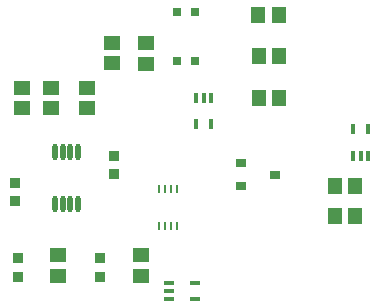
<source format=gtp>
G04*
G04 #@! TF.GenerationSoftware,Altium Limited,Altium Designer,19.1.8 (144)*
G04*
G04 Layer_Color=8421504*
%FSLAX25Y25*%
%MOIN*%
G70*
G01*
G75*
%ADD16R,0.03740X0.03740*%
%ADD17R,0.03740X0.03347*%
%ADD18R,0.03347X0.01378*%
%ADD19R,0.04724X0.05315*%
%ADD20R,0.01378X0.03347*%
%ADD21R,0.05512X0.04724*%
%ADD22R,0.01575X0.03347*%
%ADD23R,0.05315X0.04724*%
%ADD24O,0.01772X0.05709*%
%ADD25R,0.05315X0.04528*%
%ADD26R,0.03150X0.03150*%
%ADD27R,0.04528X0.05512*%
%ADD28R,0.04724X0.05512*%
%ADD29R,0.03543X0.03150*%
%ADD30O,0.00984X0.02953*%
D16*
X87500Y65158D02*
D03*
Y59252D02*
D03*
X54331Y56102D02*
D03*
Y50197D02*
D03*
D17*
X55413Y25000D02*
D03*
Y31299D02*
D03*
X82677Y31102D02*
D03*
Y24803D02*
D03*
D18*
X114567Y22835D02*
D03*
Y17717D02*
D03*
X105905D02*
D03*
Y20276D02*
D03*
Y22835D02*
D03*
D19*
X161221Y45276D02*
D03*
X167913D02*
D03*
X167913Y55118D02*
D03*
X161221D02*
D03*
X142323Y84646D02*
D03*
X135630D02*
D03*
D20*
X119882Y75984D02*
D03*
X114764D02*
D03*
Y84646D02*
D03*
X117323D02*
D03*
X119882D02*
D03*
D21*
X56693Y87992D02*
D03*
Y81299D02*
D03*
D22*
X167126Y74114D02*
D03*
X172244D02*
D03*
Y65256D02*
D03*
X169685D02*
D03*
X167126D02*
D03*
D23*
X78347Y81299D02*
D03*
Y87992D02*
D03*
X66535Y87992D02*
D03*
Y81299D02*
D03*
X96457Y25394D02*
D03*
Y32087D02*
D03*
X68898Y25394D02*
D03*
Y32087D02*
D03*
D24*
X67815Y49213D02*
D03*
X70374D02*
D03*
X72933D02*
D03*
X75492D02*
D03*
X67815Y66536D02*
D03*
X70374D02*
D03*
X72933D02*
D03*
X75492D02*
D03*
D25*
X98032Y102953D02*
D03*
Y96063D02*
D03*
X86614Y103051D02*
D03*
Y96161D02*
D03*
D26*
X114370Y96850D02*
D03*
X108465D02*
D03*
X114370Y113386D02*
D03*
X108465D02*
D03*
D27*
X135433Y112205D02*
D03*
X142520D02*
D03*
D28*
X135630Y98425D02*
D03*
X142323D02*
D03*
D29*
X141142Y59055D02*
D03*
X129724Y55315D02*
D03*
Y62795D02*
D03*
D30*
X102559Y41929D02*
D03*
X104527D02*
D03*
X106496D02*
D03*
X108465D02*
D03*
X102559Y54134D02*
D03*
X104527D02*
D03*
X106496D02*
D03*
X108465D02*
D03*
M02*

</source>
